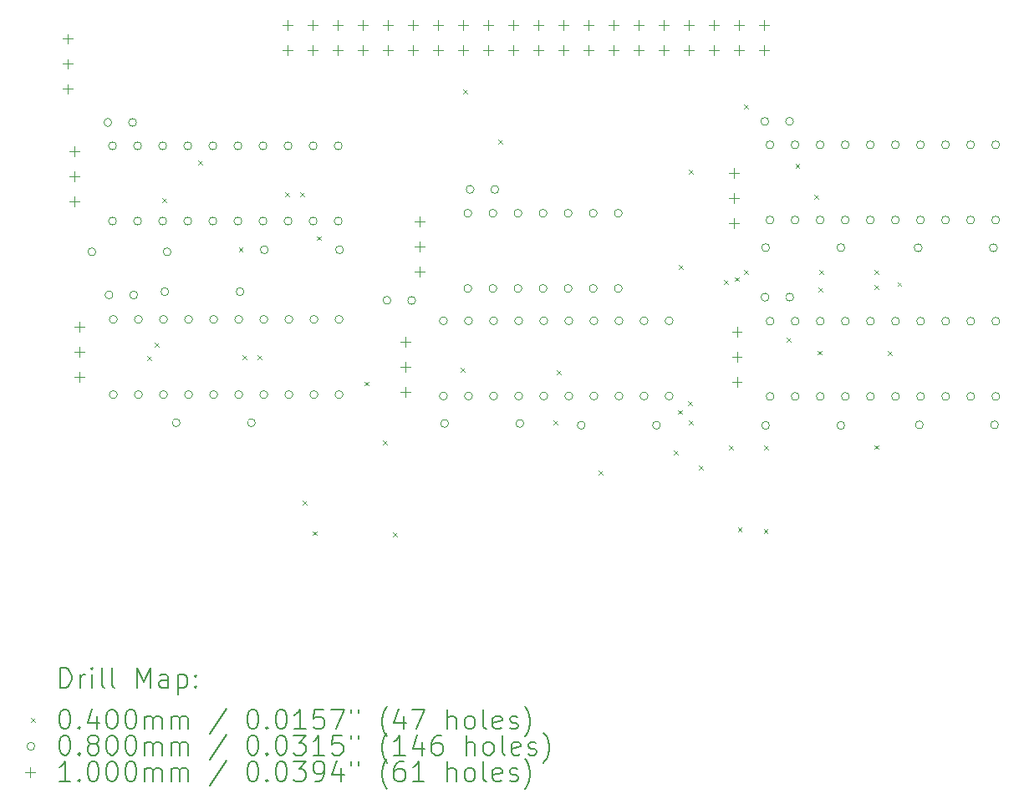
<source format=gbr>
%TF.GenerationSoftware,KiCad,Pcbnew,(6.0.7)*%
%TF.CreationDate,2022-12-14T18:08:08+00:00*%
%TF.ProjectId,MSX_DE1_Hat,4d53585f-4445-4315-9f48-61742e6b6963,1.1*%
%TF.SameCoordinates,Original*%
%TF.FileFunction,Drillmap*%
%TF.FilePolarity,Positive*%
%FSLAX45Y45*%
G04 Gerber Fmt 4.5, Leading zero omitted, Abs format (unit mm)*
G04 Created by KiCad (PCBNEW (6.0.7)) date 2022-12-14 18:08:08*
%MOMM*%
%LPD*%
G01*
G04 APERTURE LIST*
%ADD10C,0.200000*%
%ADD11C,0.040000*%
%ADD12C,0.080000*%
%ADD13C,0.100000*%
G04 APERTURE END LIST*
D10*
D11*
X6330108Y-5577454D02*
X6370108Y-5617454D01*
X6370108Y-5577454D02*
X6330108Y-5617454D01*
X6405927Y-5442964D02*
X6445927Y-5482964D01*
X6445927Y-5442964D02*
X6405927Y-5482964D01*
X6480000Y-3980000D02*
X6520000Y-4020000D01*
X6520000Y-3980000D02*
X6480000Y-4020000D01*
X6846204Y-3596757D02*
X6886204Y-3636757D01*
X6886204Y-3596757D02*
X6846204Y-3636757D01*
X7253515Y-4478955D02*
X7293515Y-4518955D01*
X7293515Y-4478955D02*
X7253515Y-4518955D01*
X7295200Y-5568000D02*
X7335200Y-5608000D01*
X7335200Y-5568000D02*
X7295200Y-5608000D01*
X7447600Y-5568000D02*
X7487600Y-5608000D01*
X7487600Y-5568000D02*
X7447600Y-5608000D01*
X7727000Y-3917000D02*
X7767000Y-3957000D01*
X7767000Y-3917000D02*
X7727000Y-3957000D01*
X7879048Y-3919998D02*
X7919048Y-3959998D01*
X7919048Y-3919998D02*
X7879048Y-3959998D01*
X7904800Y-7041200D02*
X7944800Y-7081200D01*
X7944800Y-7041200D02*
X7904800Y-7081200D01*
X8006000Y-7352127D02*
X8046000Y-7392127D01*
X8046000Y-7352127D02*
X8006000Y-7392127D01*
X8045090Y-4362211D02*
X8085090Y-4402211D01*
X8085090Y-4362211D02*
X8045090Y-4402211D01*
X8526164Y-5836235D02*
X8566164Y-5876235D01*
X8566164Y-5836235D02*
X8526164Y-5876235D01*
X8717600Y-6431600D02*
X8757600Y-6471600D01*
X8757600Y-6431600D02*
X8717600Y-6471600D01*
X8816253Y-7361970D02*
X8856253Y-7401970D01*
X8856253Y-7361970D02*
X8816253Y-7401970D01*
X9505000Y-5695000D02*
X9545000Y-5735000D01*
X9545000Y-5695000D02*
X9505000Y-5735000D01*
X9530273Y-2875509D02*
X9570273Y-2915509D01*
X9570273Y-2875509D02*
X9530273Y-2915509D01*
X9886000Y-3383600D02*
X9926000Y-3423600D01*
X9926000Y-3383600D02*
X9886000Y-3423600D01*
X10444800Y-6228400D02*
X10484800Y-6268400D01*
X10484800Y-6228400D02*
X10444800Y-6268400D01*
X10473729Y-5720594D02*
X10513729Y-5760594D01*
X10513729Y-5720594D02*
X10473729Y-5760594D01*
X10902000Y-6736400D02*
X10942000Y-6776400D01*
X10942000Y-6736400D02*
X10902000Y-6776400D01*
X11664000Y-6533200D02*
X11704000Y-6573200D01*
X11704000Y-6533200D02*
X11664000Y-6573200D01*
X11702218Y-6124182D02*
X11742218Y-6164182D01*
X11742218Y-6124182D02*
X11702218Y-6164182D01*
X11714800Y-4653600D02*
X11754800Y-4693600D01*
X11754800Y-4653600D02*
X11714800Y-4693600D01*
X11803956Y-6033645D02*
X11843956Y-6073645D01*
X11843956Y-6033645D02*
X11803956Y-6073645D01*
X11816400Y-3688400D02*
X11856400Y-3728400D01*
X11856400Y-3688400D02*
X11816400Y-3728400D01*
X11816400Y-6228400D02*
X11856400Y-6268400D01*
X11856400Y-6228400D02*
X11816400Y-6268400D01*
X11918000Y-6685600D02*
X11958000Y-6725600D01*
X11958000Y-6685600D02*
X11918000Y-6725600D01*
X12172000Y-4806000D02*
X12212000Y-4846000D01*
X12212000Y-4806000D02*
X12172000Y-4846000D01*
X12222800Y-6482400D02*
X12262800Y-6522400D01*
X12262800Y-6482400D02*
X12222800Y-6522400D01*
X12277135Y-4778361D02*
X12317135Y-4818361D01*
X12317135Y-4778361D02*
X12277135Y-4818361D01*
X12309583Y-7315839D02*
X12349583Y-7355839D01*
X12349583Y-7315839D02*
X12309583Y-7355839D01*
X12375200Y-3028000D02*
X12415200Y-3068000D01*
X12415200Y-3028000D02*
X12375200Y-3068000D01*
X12375200Y-4704400D02*
X12415200Y-4744400D01*
X12415200Y-4704400D02*
X12375200Y-4744400D01*
X12572051Y-7328887D02*
X12612051Y-7368887D01*
X12612051Y-7328887D02*
X12572051Y-7368887D01*
X12578400Y-6482400D02*
X12618400Y-6522400D01*
X12618400Y-6482400D02*
X12578400Y-6522400D01*
X12804513Y-5392687D02*
X12844513Y-5432687D01*
X12844513Y-5392687D02*
X12804513Y-5432687D01*
X12892718Y-3628163D02*
X12932718Y-3668163D01*
X12932718Y-3628163D02*
X12892718Y-3668163D01*
X13086400Y-3942400D02*
X13126400Y-3982400D01*
X13126400Y-3942400D02*
X13086400Y-3982400D01*
X13114927Y-5523654D02*
X13154927Y-5563654D01*
X13154927Y-5523654D02*
X13114927Y-5563654D01*
X13124942Y-4884616D02*
X13164942Y-4924616D01*
X13164942Y-4884616D02*
X13124942Y-4924616D01*
X13137200Y-4704400D02*
X13177200Y-4744400D01*
X13177200Y-4704400D02*
X13137200Y-4744400D01*
X13696000Y-4704400D02*
X13736000Y-4744400D01*
X13736000Y-4704400D02*
X13696000Y-4744400D01*
X13696000Y-4856800D02*
X13736000Y-4896800D01*
X13736000Y-4856800D02*
X13696000Y-4896800D01*
X13696000Y-6480000D02*
X13736000Y-6520000D01*
X13736000Y-6480000D02*
X13696000Y-6520000D01*
X13826555Y-5526300D02*
X13866555Y-5566300D01*
X13866555Y-5526300D02*
X13826555Y-5566300D01*
X13926451Y-4829549D02*
X13966451Y-4869549D01*
X13966451Y-4829549D02*
X13926451Y-4869549D01*
D12*
X5805800Y-4521200D02*
G75*
G03*
X5805800Y-4521200I-40000J0D01*
G01*
X5968217Y-3210333D02*
G75*
G03*
X5968217Y-3210333I-40000J0D01*
G01*
X5979666Y-4958229D02*
G75*
G03*
X5979666Y-4958229I-40000J0D01*
G01*
X6015127Y-3447075D02*
G75*
G03*
X6015127Y-3447075I-40000J0D01*
G01*
X6015127Y-4209075D02*
G75*
G03*
X6015127Y-4209075I-40000J0D01*
G01*
X6023862Y-5206000D02*
G75*
G03*
X6023862Y-5206000I-40000J0D01*
G01*
X6023862Y-5968000D02*
G75*
G03*
X6023862Y-5968000I-40000J0D01*
G01*
X6218217Y-3210333D02*
G75*
G03*
X6218217Y-3210333I-40000J0D01*
G01*
X6229666Y-4958229D02*
G75*
G03*
X6229666Y-4958229I-40000J0D01*
G01*
X6269127Y-3447075D02*
G75*
G03*
X6269127Y-3447075I-40000J0D01*
G01*
X6269127Y-4209075D02*
G75*
G03*
X6269127Y-4209075I-40000J0D01*
G01*
X6277862Y-5206000D02*
G75*
G03*
X6277862Y-5206000I-40000J0D01*
G01*
X6277862Y-5968000D02*
G75*
G03*
X6277862Y-5968000I-40000J0D01*
G01*
X6523127Y-3447075D02*
G75*
G03*
X6523127Y-3447075I-40000J0D01*
G01*
X6523127Y-4209075D02*
G75*
G03*
X6523127Y-4209075I-40000J0D01*
G01*
X6531862Y-5206000D02*
G75*
G03*
X6531862Y-5206000I-40000J0D01*
G01*
X6531862Y-5968000D02*
G75*
G03*
X6531862Y-5968000I-40000J0D01*
G01*
X6545182Y-4925927D02*
G75*
G03*
X6545182Y-4925927I-40000J0D01*
G01*
X6567800Y-4521200D02*
G75*
G03*
X6567800Y-4521200I-40000J0D01*
G01*
X6660609Y-6252337D02*
G75*
G03*
X6660609Y-6252337I-40000J0D01*
G01*
X6777127Y-3447075D02*
G75*
G03*
X6777127Y-3447075I-40000J0D01*
G01*
X6777127Y-4209075D02*
G75*
G03*
X6777127Y-4209075I-40000J0D01*
G01*
X6785862Y-5206000D02*
G75*
G03*
X6785862Y-5206000I-40000J0D01*
G01*
X6785862Y-5968000D02*
G75*
G03*
X6785862Y-5968000I-40000J0D01*
G01*
X7031127Y-3447075D02*
G75*
G03*
X7031127Y-3447075I-40000J0D01*
G01*
X7031127Y-4209075D02*
G75*
G03*
X7031127Y-4209075I-40000J0D01*
G01*
X7039862Y-5206000D02*
G75*
G03*
X7039862Y-5206000I-40000J0D01*
G01*
X7039862Y-5968000D02*
G75*
G03*
X7039862Y-5968000I-40000J0D01*
G01*
X7285127Y-3447075D02*
G75*
G03*
X7285127Y-3447075I-40000J0D01*
G01*
X7285127Y-4209075D02*
G75*
G03*
X7285127Y-4209075I-40000J0D01*
G01*
X7293862Y-5206000D02*
G75*
G03*
X7293862Y-5206000I-40000J0D01*
G01*
X7293862Y-5968000D02*
G75*
G03*
X7293862Y-5968000I-40000J0D01*
G01*
X7307182Y-4925927D02*
G75*
G03*
X7307182Y-4925927I-40000J0D01*
G01*
X7422609Y-6252337D02*
G75*
G03*
X7422609Y-6252337I-40000J0D01*
G01*
X7539127Y-3447075D02*
G75*
G03*
X7539127Y-3447075I-40000J0D01*
G01*
X7539127Y-4209075D02*
G75*
G03*
X7539127Y-4209075I-40000J0D01*
G01*
X7547862Y-5206000D02*
G75*
G03*
X7547862Y-5206000I-40000J0D01*
G01*
X7547862Y-5968000D02*
G75*
G03*
X7547862Y-5968000I-40000J0D01*
G01*
X7551846Y-4500000D02*
G75*
G03*
X7551846Y-4500000I-40000J0D01*
G01*
X7793127Y-3447075D02*
G75*
G03*
X7793127Y-3447075I-40000J0D01*
G01*
X7793127Y-4209075D02*
G75*
G03*
X7793127Y-4209075I-40000J0D01*
G01*
X7801862Y-5206000D02*
G75*
G03*
X7801862Y-5206000I-40000J0D01*
G01*
X7801862Y-5968000D02*
G75*
G03*
X7801862Y-5968000I-40000J0D01*
G01*
X8047127Y-3447075D02*
G75*
G03*
X8047127Y-3447075I-40000J0D01*
G01*
X8047127Y-4209075D02*
G75*
G03*
X8047127Y-4209075I-40000J0D01*
G01*
X8055862Y-5206000D02*
G75*
G03*
X8055862Y-5206000I-40000J0D01*
G01*
X8055862Y-5968000D02*
G75*
G03*
X8055862Y-5968000I-40000J0D01*
G01*
X8301127Y-3447075D02*
G75*
G03*
X8301127Y-3447075I-40000J0D01*
G01*
X8301127Y-4209075D02*
G75*
G03*
X8301127Y-4209075I-40000J0D01*
G01*
X8309862Y-5206000D02*
G75*
G03*
X8309862Y-5206000I-40000J0D01*
G01*
X8309862Y-5968000D02*
G75*
G03*
X8309862Y-5968000I-40000J0D01*
G01*
X8313846Y-4500000D02*
G75*
G03*
X8313846Y-4500000I-40000J0D01*
G01*
X8795110Y-5013048D02*
G75*
G03*
X8795110Y-5013048I-40000J0D01*
G01*
X9045110Y-5013048D02*
G75*
G03*
X9045110Y-5013048I-40000J0D01*
G01*
X9366876Y-5219681D02*
G75*
G03*
X9366876Y-5219681I-40000J0D01*
G01*
X9366876Y-5981681D02*
G75*
G03*
X9366876Y-5981681I-40000J0D01*
G01*
X9378847Y-6259801D02*
G75*
G03*
X9378847Y-6259801I-40000J0D01*
G01*
X9613537Y-4130028D02*
G75*
G03*
X9613537Y-4130028I-40000J0D01*
G01*
X9613537Y-4892029D02*
G75*
G03*
X9613537Y-4892029I-40000J0D01*
G01*
X9620876Y-5219681D02*
G75*
G03*
X9620876Y-5219681I-40000J0D01*
G01*
X9620876Y-5981681D02*
G75*
G03*
X9620876Y-5981681I-40000J0D01*
G01*
X9637631Y-3889079D02*
G75*
G03*
X9637631Y-3889079I-40000J0D01*
G01*
X9867537Y-4130028D02*
G75*
G03*
X9867537Y-4130028I-40000J0D01*
G01*
X9867537Y-4892029D02*
G75*
G03*
X9867537Y-4892029I-40000J0D01*
G01*
X9874876Y-5219681D02*
G75*
G03*
X9874876Y-5219681I-40000J0D01*
G01*
X9874876Y-5981681D02*
G75*
G03*
X9874876Y-5981681I-40000J0D01*
G01*
X9887631Y-3889079D02*
G75*
G03*
X9887631Y-3889079I-40000J0D01*
G01*
X10121537Y-4130028D02*
G75*
G03*
X10121537Y-4130028I-40000J0D01*
G01*
X10121537Y-4892029D02*
G75*
G03*
X10121537Y-4892029I-40000J0D01*
G01*
X10128876Y-5219681D02*
G75*
G03*
X10128876Y-5219681I-40000J0D01*
G01*
X10128876Y-5981681D02*
G75*
G03*
X10128876Y-5981681I-40000J0D01*
G01*
X10140847Y-6259801D02*
G75*
G03*
X10140847Y-6259801I-40000J0D01*
G01*
X10375537Y-4130028D02*
G75*
G03*
X10375537Y-4130028I-40000J0D01*
G01*
X10375537Y-4892029D02*
G75*
G03*
X10375537Y-4892029I-40000J0D01*
G01*
X10382876Y-5219681D02*
G75*
G03*
X10382876Y-5219681I-40000J0D01*
G01*
X10382876Y-5981681D02*
G75*
G03*
X10382876Y-5981681I-40000J0D01*
G01*
X10629537Y-4130028D02*
G75*
G03*
X10629537Y-4130028I-40000J0D01*
G01*
X10629537Y-4892029D02*
G75*
G03*
X10629537Y-4892029I-40000J0D01*
G01*
X10636876Y-5219681D02*
G75*
G03*
X10636876Y-5219681I-40000J0D01*
G01*
X10636876Y-5981681D02*
G75*
G03*
X10636876Y-5981681I-40000J0D01*
G01*
X10762173Y-6277786D02*
G75*
G03*
X10762173Y-6277786I-40000J0D01*
G01*
X10883537Y-4130028D02*
G75*
G03*
X10883537Y-4130028I-40000J0D01*
G01*
X10883537Y-4892029D02*
G75*
G03*
X10883537Y-4892029I-40000J0D01*
G01*
X10890876Y-5219681D02*
G75*
G03*
X10890876Y-5219681I-40000J0D01*
G01*
X10890876Y-5981681D02*
G75*
G03*
X10890876Y-5981681I-40000J0D01*
G01*
X11137537Y-4130028D02*
G75*
G03*
X11137537Y-4130028I-40000J0D01*
G01*
X11137537Y-4892029D02*
G75*
G03*
X11137537Y-4892029I-40000J0D01*
G01*
X11144876Y-5219681D02*
G75*
G03*
X11144876Y-5219681I-40000J0D01*
G01*
X11144876Y-5981681D02*
G75*
G03*
X11144876Y-5981681I-40000J0D01*
G01*
X11398876Y-5219681D02*
G75*
G03*
X11398876Y-5219681I-40000J0D01*
G01*
X11398876Y-5981681D02*
G75*
G03*
X11398876Y-5981681I-40000J0D01*
G01*
X11524173Y-6277786D02*
G75*
G03*
X11524173Y-6277786I-40000J0D01*
G01*
X11652876Y-5219681D02*
G75*
G03*
X11652876Y-5219681I-40000J0D01*
G01*
X11652876Y-5981681D02*
G75*
G03*
X11652876Y-5981681I-40000J0D01*
G01*
X12622590Y-3199795D02*
G75*
G03*
X12622590Y-3199795I-40000J0D01*
G01*
X12624426Y-4980427D02*
G75*
G03*
X12624426Y-4980427I-40000J0D01*
G01*
X12629931Y-6279094D02*
G75*
G03*
X12629931Y-6279094I-40000J0D01*
G01*
X12630870Y-4478984D02*
G75*
G03*
X12630870Y-4478984I-40000J0D01*
G01*
X12674009Y-3437108D02*
G75*
G03*
X12674009Y-3437108I-40000J0D01*
G01*
X12674009Y-4199108D02*
G75*
G03*
X12674009Y-4199108I-40000J0D01*
G01*
X12675651Y-5223824D02*
G75*
G03*
X12675651Y-5223824I-40000J0D01*
G01*
X12675651Y-5985824D02*
G75*
G03*
X12675651Y-5985824I-40000J0D01*
G01*
X12872590Y-3199795D02*
G75*
G03*
X12872590Y-3199795I-40000J0D01*
G01*
X12874426Y-4980427D02*
G75*
G03*
X12874426Y-4980427I-40000J0D01*
G01*
X12928009Y-3437108D02*
G75*
G03*
X12928009Y-3437108I-40000J0D01*
G01*
X12928009Y-4199108D02*
G75*
G03*
X12928009Y-4199108I-40000J0D01*
G01*
X12929651Y-5223824D02*
G75*
G03*
X12929651Y-5223824I-40000J0D01*
G01*
X12929651Y-5985824D02*
G75*
G03*
X12929651Y-5985824I-40000J0D01*
G01*
X13182009Y-3437108D02*
G75*
G03*
X13182009Y-3437108I-40000J0D01*
G01*
X13182009Y-4199108D02*
G75*
G03*
X13182009Y-4199108I-40000J0D01*
G01*
X13183651Y-5223824D02*
G75*
G03*
X13183651Y-5223824I-40000J0D01*
G01*
X13183651Y-5985824D02*
G75*
G03*
X13183651Y-5985824I-40000J0D01*
G01*
X13391931Y-6279094D02*
G75*
G03*
X13391931Y-6279094I-40000J0D01*
G01*
X13392870Y-4478984D02*
G75*
G03*
X13392870Y-4478984I-40000J0D01*
G01*
X13436009Y-3437108D02*
G75*
G03*
X13436009Y-3437108I-40000J0D01*
G01*
X13436009Y-4199108D02*
G75*
G03*
X13436009Y-4199108I-40000J0D01*
G01*
X13437651Y-5223824D02*
G75*
G03*
X13437651Y-5223824I-40000J0D01*
G01*
X13437651Y-5985824D02*
G75*
G03*
X13437651Y-5985824I-40000J0D01*
G01*
X13690009Y-3437108D02*
G75*
G03*
X13690009Y-3437108I-40000J0D01*
G01*
X13690009Y-4199108D02*
G75*
G03*
X13690009Y-4199108I-40000J0D01*
G01*
X13691651Y-5223824D02*
G75*
G03*
X13691651Y-5223824I-40000J0D01*
G01*
X13691651Y-5985824D02*
G75*
G03*
X13691651Y-5985824I-40000J0D01*
G01*
X13944009Y-3437108D02*
G75*
G03*
X13944009Y-3437108I-40000J0D01*
G01*
X13944009Y-4199108D02*
G75*
G03*
X13944009Y-4199108I-40000J0D01*
G01*
X13945651Y-5223824D02*
G75*
G03*
X13945651Y-5223824I-40000J0D01*
G01*
X13945651Y-5985824D02*
G75*
G03*
X13945651Y-5985824I-40000J0D01*
G01*
X14174918Y-4480172D02*
G75*
G03*
X14174918Y-4480172I-40000J0D01*
G01*
X14186777Y-6273809D02*
G75*
G03*
X14186777Y-6273809I-40000J0D01*
G01*
X14198009Y-3437108D02*
G75*
G03*
X14198009Y-3437108I-40000J0D01*
G01*
X14198009Y-4199108D02*
G75*
G03*
X14198009Y-4199108I-40000J0D01*
G01*
X14199651Y-5223824D02*
G75*
G03*
X14199651Y-5223824I-40000J0D01*
G01*
X14199651Y-5985824D02*
G75*
G03*
X14199651Y-5985824I-40000J0D01*
G01*
X14452009Y-3437108D02*
G75*
G03*
X14452009Y-3437108I-40000J0D01*
G01*
X14452009Y-4199108D02*
G75*
G03*
X14452009Y-4199108I-40000J0D01*
G01*
X14453651Y-5223824D02*
G75*
G03*
X14453651Y-5223824I-40000J0D01*
G01*
X14453651Y-5985824D02*
G75*
G03*
X14453651Y-5985824I-40000J0D01*
G01*
X14706009Y-3437108D02*
G75*
G03*
X14706009Y-3437108I-40000J0D01*
G01*
X14706009Y-4199108D02*
G75*
G03*
X14706009Y-4199108I-40000J0D01*
G01*
X14707651Y-5223824D02*
G75*
G03*
X14707651Y-5223824I-40000J0D01*
G01*
X14707651Y-5985824D02*
G75*
G03*
X14707651Y-5985824I-40000J0D01*
G01*
X14936918Y-4480172D02*
G75*
G03*
X14936918Y-4480172I-40000J0D01*
G01*
X14948777Y-6273809D02*
G75*
G03*
X14948777Y-6273809I-40000J0D01*
G01*
X14960009Y-3437108D02*
G75*
G03*
X14960009Y-3437108I-40000J0D01*
G01*
X14960009Y-4199108D02*
G75*
G03*
X14960009Y-4199108I-40000J0D01*
G01*
X14961651Y-5223824D02*
G75*
G03*
X14961651Y-5223824I-40000J0D01*
G01*
X14961651Y-5985824D02*
G75*
G03*
X14961651Y-5985824I-40000J0D01*
G01*
D13*
X5524784Y-2313176D02*
X5524784Y-2413176D01*
X5474784Y-2363176D02*
X5574784Y-2363176D01*
X5524784Y-2567176D02*
X5524784Y-2667176D01*
X5474784Y-2617176D02*
X5574784Y-2617176D01*
X5524784Y-2821176D02*
X5524784Y-2921176D01*
X5474784Y-2871176D02*
X5574784Y-2871176D01*
X5588000Y-3455200D02*
X5588000Y-3555200D01*
X5538000Y-3505200D02*
X5638000Y-3505200D01*
X5588000Y-3709200D02*
X5588000Y-3809200D01*
X5538000Y-3759200D02*
X5638000Y-3759200D01*
X5588000Y-3963200D02*
X5588000Y-4063200D01*
X5538000Y-4013200D02*
X5638000Y-4013200D01*
X5638800Y-5233200D02*
X5638800Y-5333200D01*
X5588800Y-5283200D02*
X5688800Y-5283200D01*
X5638800Y-5487200D02*
X5638800Y-5587200D01*
X5588800Y-5537200D02*
X5688800Y-5537200D01*
X5638800Y-5741200D02*
X5638800Y-5841200D01*
X5588800Y-5791200D02*
X5688800Y-5791200D01*
X7747000Y-2170750D02*
X7747000Y-2270750D01*
X7697000Y-2220750D02*
X7797000Y-2220750D01*
X7747000Y-2424750D02*
X7747000Y-2524750D01*
X7697000Y-2474750D02*
X7797000Y-2474750D01*
X8001000Y-2170750D02*
X8001000Y-2270750D01*
X7951000Y-2220750D02*
X8051000Y-2220750D01*
X8001000Y-2424750D02*
X8001000Y-2524750D01*
X7951000Y-2474750D02*
X8051000Y-2474750D01*
X8255000Y-2170750D02*
X8255000Y-2270750D01*
X8205000Y-2220750D02*
X8305000Y-2220750D01*
X8255000Y-2424750D02*
X8255000Y-2524750D01*
X8205000Y-2474750D02*
X8305000Y-2474750D01*
X8509000Y-2170750D02*
X8509000Y-2270750D01*
X8459000Y-2220750D02*
X8559000Y-2220750D01*
X8509000Y-2424750D02*
X8509000Y-2524750D01*
X8459000Y-2474750D02*
X8559000Y-2474750D01*
X8763000Y-2170750D02*
X8763000Y-2270750D01*
X8713000Y-2220750D02*
X8813000Y-2220750D01*
X8763000Y-2424750D02*
X8763000Y-2524750D01*
X8713000Y-2474750D02*
X8813000Y-2474750D01*
X8940800Y-5385600D02*
X8940800Y-5485600D01*
X8890800Y-5435600D02*
X8990800Y-5435600D01*
X8940800Y-5639600D02*
X8940800Y-5739600D01*
X8890800Y-5689600D02*
X8990800Y-5689600D01*
X8940800Y-5893600D02*
X8940800Y-5993600D01*
X8890800Y-5943600D02*
X8990800Y-5943600D01*
X9017000Y-2170750D02*
X9017000Y-2270750D01*
X8967000Y-2220750D02*
X9067000Y-2220750D01*
X9017000Y-2424750D02*
X9017000Y-2524750D01*
X8967000Y-2474750D02*
X9067000Y-2474750D01*
X9086051Y-4166400D02*
X9086051Y-4266400D01*
X9036051Y-4216400D02*
X9136051Y-4216400D01*
X9086051Y-4420400D02*
X9086051Y-4520400D01*
X9036051Y-4470400D02*
X9136051Y-4470400D01*
X9086051Y-4674400D02*
X9086051Y-4774400D01*
X9036051Y-4724400D02*
X9136051Y-4724400D01*
X9271000Y-2170750D02*
X9271000Y-2270750D01*
X9221000Y-2220750D02*
X9321000Y-2220750D01*
X9271000Y-2424750D02*
X9271000Y-2524750D01*
X9221000Y-2474750D02*
X9321000Y-2474750D01*
X9525000Y-2170750D02*
X9525000Y-2270750D01*
X9475000Y-2220750D02*
X9575000Y-2220750D01*
X9525000Y-2424750D02*
X9525000Y-2524750D01*
X9475000Y-2474750D02*
X9575000Y-2474750D01*
X9779000Y-2170750D02*
X9779000Y-2270750D01*
X9729000Y-2220750D02*
X9829000Y-2220750D01*
X9779000Y-2424750D02*
X9779000Y-2524750D01*
X9729000Y-2474750D02*
X9829000Y-2474750D01*
X10033000Y-2170750D02*
X10033000Y-2270750D01*
X9983000Y-2220750D02*
X10083000Y-2220750D01*
X10033000Y-2424750D02*
X10033000Y-2524750D01*
X9983000Y-2474750D02*
X10083000Y-2474750D01*
X10287000Y-2170750D02*
X10287000Y-2270750D01*
X10237000Y-2220750D02*
X10337000Y-2220750D01*
X10287000Y-2424750D02*
X10287000Y-2524750D01*
X10237000Y-2474750D02*
X10337000Y-2474750D01*
X10541000Y-2170750D02*
X10541000Y-2270750D01*
X10491000Y-2220750D02*
X10591000Y-2220750D01*
X10541000Y-2424750D02*
X10541000Y-2524750D01*
X10491000Y-2474750D02*
X10591000Y-2474750D01*
X10795000Y-2170750D02*
X10795000Y-2270750D01*
X10745000Y-2220750D02*
X10845000Y-2220750D01*
X10795000Y-2424750D02*
X10795000Y-2524750D01*
X10745000Y-2474750D02*
X10845000Y-2474750D01*
X11049000Y-2170750D02*
X11049000Y-2270750D01*
X10999000Y-2220750D02*
X11099000Y-2220750D01*
X11049000Y-2424750D02*
X11049000Y-2524750D01*
X10999000Y-2474750D02*
X11099000Y-2474750D01*
X11303000Y-2170750D02*
X11303000Y-2270750D01*
X11253000Y-2220750D02*
X11353000Y-2220750D01*
X11303000Y-2424750D02*
X11303000Y-2524750D01*
X11253000Y-2474750D02*
X11353000Y-2474750D01*
X11557000Y-2170750D02*
X11557000Y-2270750D01*
X11507000Y-2220750D02*
X11607000Y-2220750D01*
X11557000Y-2424750D02*
X11557000Y-2524750D01*
X11507000Y-2474750D02*
X11607000Y-2474750D01*
X11811000Y-2170750D02*
X11811000Y-2270750D01*
X11761000Y-2220750D02*
X11861000Y-2220750D01*
X11811000Y-2424750D02*
X11811000Y-2524750D01*
X11761000Y-2474750D02*
X11861000Y-2474750D01*
X12065000Y-2170750D02*
X12065000Y-2270750D01*
X12015000Y-2220750D02*
X12115000Y-2220750D01*
X12065000Y-2424750D02*
X12065000Y-2524750D01*
X12015000Y-2474750D02*
X12115000Y-2474750D01*
X12268907Y-3672661D02*
X12268907Y-3772661D01*
X12218907Y-3722661D02*
X12318907Y-3722661D01*
X12268907Y-3926661D02*
X12268907Y-4026661D01*
X12218907Y-3976661D02*
X12318907Y-3976661D01*
X12268907Y-4180661D02*
X12268907Y-4280661D01*
X12218907Y-4230661D02*
X12318907Y-4230661D01*
X12299585Y-5284000D02*
X12299585Y-5384000D01*
X12249585Y-5334000D02*
X12349585Y-5334000D01*
X12299585Y-5538000D02*
X12299585Y-5638000D01*
X12249585Y-5588000D02*
X12349585Y-5588000D01*
X12299585Y-5792000D02*
X12299585Y-5892000D01*
X12249585Y-5842000D02*
X12349585Y-5842000D01*
X12319000Y-2170750D02*
X12319000Y-2270750D01*
X12269000Y-2220750D02*
X12369000Y-2220750D01*
X12319000Y-2424750D02*
X12319000Y-2524750D01*
X12269000Y-2474750D02*
X12369000Y-2474750D01*
X12573000Y-2170750D02*
X12573000Y-2270750D01*
X12523000Y-2220750D02*
X12623000Y-2220750D01*
X12573000Y-2424750D02*
X12573000Y-2524750D01*
X12523000Y-2474750D02*
X12623000Y-2474750D01*
D10*
X5445619Y-8936476D02*
X5445619Y-8736476D01*
X5493238Y-8736476D01*
X5521810Y-8746000D01*
X5540857Y-8765048D01*
X5550381Y-8784095D01*
X5559905Y-8822190D01*
X5559905Y-8850762D01*
X5550381Y-8888857D01*
X5540857Y-8907905D01*
X5521810Y-8926952D01*
X5493238Y-8936476D01*
X5445619Y-8936476D01*
X5645619Y-8936476D02*
X5645619Y-8803143D01*
X5645619Y-8841238D02*
X5655143Y-8822190D01*
X5664667Y-8812667D01*
X5683714Y-8803143D01*
X5702762Y-8803143D01*
X5769428Y-8936476D02*
X5769428Y-8803143D01*
X5769428Y-8736476D02*
X5759905Y-8746000D01*
X5769428Y-8755524D01*
X5778952Y-8746000D01*
X5769428Y-8736476D01*
X5769428Y-8755524D01*
X5893238Y-8936476D02*
X5874190Y-8926952D01*
X5864667Y-8907905D01*
X5864667Y-8736476D01*
X5998000Y-8936476D02*
X5978952Y-8926952D01*
X5969428Y-8907905D01*
X5969428Y-8736476D01*
X6226571Y-8936476D02*
X6226571Y-8736476D01*
X6293238Y-8879333D01*
X6359905Y-8736476D01*
X6359905Y-8936476D01*
X6540857Y-8936476D02*
X6540857Y-8831714D01*
X6531333Y-8812667D01*
X6512286Y-8803143D01*
X6474190Y-8803143D01*
X6455143Y-8812667D01*
X6540857Y-8926952D02*
X6521809Y-8936476D01*
X6474190Y-8936476D01*
X6455143Y-8926952D01*
X6445619Y-8907905D01*
X6445619Y-8888857D01*
X6455143Y-8869810D01*
X6474190Y-8860286D01*
X6521809Y-8860286D01*
X6540857Y-8850762D01*
X6636095Y-8803143D02*
X6636095Y-9003143D01*
X6636095Y-8812667D02*
X6655143Y-8803143D01*
X6693238Y-8803143D01*
X6712286Y-8812667D01*
X6721809Y-8822190D01*
X6731333Y-8841238D01*
X6731333Y-8898381D01*
X6721809Y-8917429D01*
X6712286Y-8926952D01*
X6693238Y-8936476D01*
X6655143Y-8936476D01*
X6636095Y-8926952D01*
X6817048Y-8917429D02*
X6826571Y-8926952D01*
X6817048Y-8936476D01*
X6807524Y-8926952D01*
X6817048Y-8917429D01*
X6817048Y-8936476D01*
X6817048Y-8812667D02*
X6826571Y-8822190D01*
X6817048Y-8831714D01*
X6807524Y-8822190D01*
X6817048Y-8812667D01*
X6817048Y-8831714D01*
D11*
X5148000Y-9246000D02*
X5188000Y-9286000D01*
X5188000Y-9246000D02*
X5148000Y-9286000D01*
D10*
X5483714Y-9156476D02*
X5502762Y-9156476D01*
X5521810Y-9166000D01*
X5531333Y-9175524D01*
X5540857Y-9194571D01*
X5550381Y-9232667D01*
X5550381Y-9280286D01*
X5540857Y-9318381D01*
X5531333Y-9337429D01*
X5521810Y-9346952D01*
X5502762Y-9356476D01*
X5483714Y-9356476D01*
X5464667Y-9346952D01*
X5455143Y-9337429D01*
X5445619Y-9318381D01*
X5436095Y-9280286D01*
X5436095Y-9232667D01*
X5445619Y-9194571D01*
X5455143Y-9175524D01*
X5464667Y-9166000D01*
X5483714Y-9156476D01*
X5636095Y-9337429D02*
X5645619Y-9346952D01*
X5636095Y-9356476D01*
X5626571Y-9346952D01*
X5636095Y-9337429D01*
X5636095Y-9356476D01*
X5817048Y-9223143D02*
X5817048Y-9356476D01*
X5769428Y-9146952D02*
X5721809Y-9289810D01*
X5845619Y-9289810D01*
X5959905Y-9156476D02*
X5978952Y-9156476D01*
X5998000Y-9166000D01*
X6007524Y-9175524D01*
X6017048Y-9194571D01*
X6026571Y-9232667D01*
X6026571Y-9280286D01*
X6017048Y-9318381D01*
X6007524Y-9337429D01*
X5998000Y-9346952D01*
X5978952Y-9356476D01*
X5959905Y-9356476D01*
X5940857Y-9346952D01*
X5931333Y-9337429D01*
X5921809Y-9318381D01*
X5912286Y-9280286D01*
X5912286Y-9232667D01*
X5921809Y-9194571D01*
X5931333Y-9175524D01*
X5940857Y-9166000D01*
X5959905Y-9156476D01*
X6150381Y-9156476D02*
X6169428Y-9156476D01*
X6188476Y-9166000D01*
X6198000Y-9175524D01*
X6207524Y-9194571D01*
X6217048Y-9232667D01*
X6217048Y-9280286D01*
X6207524Y-9318381D01*
X6198000Y-9337429D01*
X6188476Y-9346952D01*
X6169428Y-9356476D01*
X6150381Y-9356476D01*
X6131333Y-9346952D01*
X6121809Y-9337429D01*
X6112286Y-9318381D01*
X6102762Y-9280286D01*
X6102762Y-9232667D01*
X6112286Y-9194571D01*
X6121809Y-9175524D01*
X6131333Y-9166000D01*
X6150381Y-9156476D01*
X6302762Y-9356476D02*
X6302762Y-9223143D01*
X6302762Y-9242190D02*
X6312286Y-9232667D01*
X6331333Y-9223143D01*
X6359905Y-9223143D01*
X6378952Y-9232667D01*
X6388476Y-9251714D01*
X6388476Y-9356476D01*
X6388476Y-9251714D02*
X6398000Y-9232667D01*
X6417048Y-9223143D01*
X6445619Y-9223143D01*
X6464667Y-9232667D01*
X6474190Y-9251714D01*
X6474190Y-9356476D01*
X6569428Y-9356476D02*
X6569428Y-9223143D01*
X6569428Y-9242190D02*
X6578952Y-9232667D01*
X6598000Y-9223143D01*
X6626571Y-9223143D01*
X6645619Y-9232667D01*
X6655143Y-9251714D01*
X6655143Y-9356476D01*
X6655143Y-9251714D02*
X6664667Y-9232667D01*
X6683714Y-9223143D01*
X6712286Y-9223143D01*
X6731333Y-9232667D01*
X6740857Y-9251714D01*
X6740857Y-9356476D01*
X7131333Y-9146952D02*
X6959905Y-9404095D01*
X7388476Y-9156476D02*
X7407524Y-9156476D01*
X7426571Y-9166000D01*
X7436095Y-9175524D01*
X7445619Y-9194571D01*
X7455143Y-9232667D01*
X7455143Y-9280286D01*
X7445619Y-9318381D01*
X7436095Y-9337429D01*
X7426571Y-9346952D01*
X7407524Y-9356476D01*
X7388476Y-9356476D01*
X7369428Y-9346952D01*
X7359905Y-9337429D01*
X7350381Y-9318381D01*
X7340857Y-9280286D01*
X7340857Y-9232667D01*
X7350381Y-9194571D01*
X7359905Y-9175524D01*
X7369428Y-9166000D01*
X7388476Y-9156476D01*
X7540857Y-9337429D02*
X7550381Y-9346952D01*
X7540857Y-9356476D01*
X7531333Y-9346952D01*
X7540857Y-9337429D01*
X7540857Y-9356476D01*
X7674190Y-9156476D02*
X7693238Y-9156476D01*
X7712286Y-9166000D01*
X7721809Y-9175524D01*
X7731333Y-9194571D01*
X7740857Y-9232667D01*
X7740857Y-9280286D01*
X7731333Y-9318381D01*
X7721809Y-9337429D01*
X7712286Y-9346952D01*
X7693238Y-9356476D01*
X7674190Y-9356476D01*
X7655143Y-9346952D01*
X7645619Y-9337429D01*
X7636095Y-9318381D01*
X7626571Y-9280286D01*
X7626571Y-9232667D01*
X7636095Y-9194571D01*
X7645619Y-9175524D01*
X7655143Y-9166000D01*
X7674190Y-9156476D01*
X7931333Y-9356476D02*
X7817048Y-9356476D01*
X7874190Y-9356476D02*
X7874190Y-9156476D01*
X7855143Y-9185048D01*
X7836095Y-9204095D01*
X7817048Y-9213619D01*
X8112286Y-9156476D02*
X8017048Y-9156476D01*
X8007524Y-9251714D01*
X8017048Y-9242190D01*
X8036095Y-9232667D01*
X8083714Y-9232667D01*
X8102762Y-9242190D01*
X8112286Y-9251714D01*
X8121809Y-9270762D01*
X8121809Y-9318381D01*
X8112286Y-9337429D01*
X8102762Y-9346952D01*
X8083714Y-9356476D01*
X8036095Y-9356476D01*
X8017048Y-9346952D01*
X8007524Y-9337429D01*
X8188476Y-9156476D02*
X8321809Y-9156476D01*
X8236095Y-9356476D01*
X8388476Y-9156476D02*
X8388476Y-9194571D01*
X8464667Y-9156476D02*
X8464667Y-9194571D01*
X8759905Y-9432667D02*
X8750381Y-9423143D01*
X8731333Y-9394571D01*
X8721810Y-9375524D01*
X8712286Y-9346952D01*
X8702762Y-9299333D01*
X8702762Y-9261238D01*
X8712286Y-9213619D01*
X8721810Y-9185048D01*
X8731333Y-9166000D01*
X8750381Y-9137429D01*
X8759905Y-9127905D01*
X8921810Y-9223143D02*
X8921810Y-9356476D01*
X8874190Y-9146952D02*
X8826571Y-9289810D01*
X8950381Y-9289810D01*
X9007524Y-9156476D02*
X9140857Y-9156476D01*
X9055143Y-9356476D01*
X9369429Y-9356476D02*
X9369429Y-9156476D01*
X9455143Y-9356476D02*
X9455143Y-9251714D01*
X9445619Y-9232667D01*
X9426571Y-9223143D01*
X9398000Y-9223143D01*
X9378952Y-9232667D01*
X9369429Y-9242190D01*
X9578952Y-9356476D02*
X9559905Y-9346952D01*
X9550381Y-9337429D01*
X9540857Y-9318381D01*
X9540857Y-9261238D01*
X9550381Y-9242190D01*
X9559905Y-9232667D01*
X9578952Y-9223143D01*
X9607524Y-9223143D01*
X9626571Y-9232667D01*
X9636095Y-9242190D01*
X9645619Y-9261238D01*
X9645619Y-9318381D01*
X9636095Y-9337429D01*
X9626571Y-9346952D01*
X9607524Y-9356476D01*
X9578952Y-9356476D01*
X9759905Y-9356476D02*
X9740857Y-9346952D01*
X9731333Y-9327905D01*
X9731333Y-9156476D01*
X9912286Y-9346952D02*
X9893238Y-9356476D01*
X9855143Y-9356476D01*
X9836095Y-9346952D01*
X9826571Y-9327905D01*
X9826571Y-9251714D01*
X9836095Y-9232667D01*
X9855143Y-9223143D01*
X9893238Y-9223143D01*
X9912286Y-9232667D01*
X9921810Y-9251714D01*
X9921810Y-9270762D01*
X9826571Y-9289810D01*
X9998000Y-9346952D02*
X10017048Y-9356476D01*
X10055143Y-9356476D01*
X10074190Y-9346952D01*
X10083714Y-9327905D01*
X10083714Y-9318381D01*
X10074190Y-9299333D01*
X10055143Y-9289810D01*
X10026571Y-9289810D01*
X10007524Y-9280286D01*
X9998000Y-9261238D01*
X9998000Y-9251714D01*
X10007524Y-9232667D01*
X10026571Y-9223143D01*
X10055143Y-9223143D01*
X10074190Y-9232667D01*
X10150381Y-9432667D02*
X10159905Y-9423143D01*
X10178952Y-9394571D01*
X10188476Y-9375524D01*
X10198000Y-9346952D01*
X10207524Y-9299333D01*
X10207524Y-9261238D01*
X10198000Y-9213619D01*
X10188476Y-9185048D01*
X10178952Y-9166000D01*
X10159905Y-9137429D01*
X10150381Y-9127905D01*
D12*
X5188000Y-9530000D02*
G75*
G03*
X5188000Y-9530000I-40000J0D01*
G01*
D10*
X5483714Y-9420476D02*
X5502762Y-9420476D01*
X5521810Y-9430000D01*
X5531333Y-9439524D01*
X5540857Y-9458571D01*
X5550381Y-9496667D01*
X5550381Y-9544286D01*
X5540857Y-9582381D01*
X5531333Y-9601429D01*
X5521810Y-9610952D01*
X5502762Y-9620476D01*
X5483714Y-9620476D01*
X5464667Y-9610952D01*
X5455143Y-9601429D01*
X5445619Y-9582381D01*
X5436095Y-9544286D01*
X5436095Y-9496667D01*
X5445619Y-9458571D01*
X5455143Y-9439524D01*
X5464667Y-9430000D01*
X5483714Y-9420476D01*
X5636095Y-9601429D02*
X5645619Y-9610952D01*
X5636095Y-9620476D01*
X5626571Y-9610952D01*
X5636095Y-9601429D01*
X5636095Y-9620476D01*
X5759905Y-9506190D02*
X5740857Y-9496667D01*
X5731333Y-9487143D01*
X5721809Y-9468095D01*
X5721809Y-9458571D01*
X5731333Y-9439524D01*
X5740857Y-9430000D01*
X5759905Y-9420476D01*
X5798000Y-9420476D01*
X5817048Y-9430000D01*
X5826571Y-9439524D01*
X5836095Y-9458571D01*
X5836095Y-9468095D01*
X5826571Y-9487143D01*
X5817048Y-9496667D01*
X5798000Y-9506190D01*
X5759905Y-9506190D01*
X5740857Y-9515714D01*
X5731333Y-9525238D01*
X5721809Y-9544286D01*
X5721809Y-9582381D01*
X5731333Y-9601429D01*
X5740857Y-9610952D01*
X5759905Y-9620476D01*
X5798000Y-9620476D01*
X5817048Y-9610952D01*
X5826571Y-9601429D01*
X5836095Y-9582381D01*
X5836095Y-9544286D01*
X5826571Y-9525238D01*
X5817048Y-9515714D01*
X5798000Y-9506190D01*
X5959905Y-9420476D02*
X5978952Y-9420476D01*
X5998000Y-9430000D01*
X6007524Y-9439524D01*
X6017048Y-9458571D01*
X6026571Y-9496667D01*
X6026571Y-9544286D01*
X6017048Y-9582381D01*
X6007524Y-9601429D01*
X5998000Y-9610952D01*
X5978952Y-9620476D01*
X5959905Y-9620476D01*
X5940857Y-9610952D01*
X5931333Y-9601429D01*
X5921809Y-9582381D01*
X5912286Y-9544286D01*
X5912286Y-9496667D01*
X5921809Y-9458571D01*
X5931333Y-9439524D01*
X5940857Y-9430000D01*
X5959905Y-9420476D01*
X6150381Y-9420476D02*
X6169428Y-9420476D01*
X6188476Y-9430000D01*
X6198000Y-9439524D01*
X6207524Y-9458571D01*
X6217048Y-9496667D01*
X6217048Y-9544286D01*
X6207524Y-9582381D01*
X6198000Y-9601429D01*
X6188476Y-9610952D01*
X6169428Y-9620476D01*
X6150381Y-9620476D01*
X6131333Y-9610952D01*
X6121809Y-9601429D01*
X6112286Y-9582381D01*
X6102762Y-9544286D01*
X6102762Y-9496667D01*
X6112286Y-9458571D01*
X6121809Y-9439524D01*
X6131333Y-9430000D01*
X6150381Y-9420476D01*
X6302762Y-9620476D02*
X6302762Y-9487143D01*
X6302762Y-9506190D02*
X6312286Y-9496667D01*
X6331333Y-9487143D01*
X6359905Y-9487143D01*
X6378952Y-9496667D01*
X6388476Y-9515714D01*
X6388476Y-9620476D01*
X6388476Y-9515714D02*
X6398000Y-9496667D01*
X6417048Y-9487143D01*
X6445619Y-9487143D01*
X6464667Y-9496667D01*
X6474190Y-9515714D01*
X6474190Y-9620476D01*
X6569428Y-9620476D02*
X6569428Y-9487143D01*
X6569428Y-9506190D02*
X6578952Y-9496667D01*
X6598000Y-9487143D01*
X6626571Y-9487143D01*
X6645619Y-9496667D01*
X6655143Y-9515714D01*
X6655143Y-9620476D01*
X6655143Y-9515714D02*
X6664667Y-9496667D01*
X6683714Y-9487143D01*
X6712286Y-9487143D01*
X6731333Y-9496667D01*
X6740857Y-9515714D01*
X6740857Y-9620476D01*
X7131333Y-9410952D02*
X6959905Y-9668095D01*
X7388476Y-9420476D02*
X7407524Y-9420476D01*
X7426571Y-9430000D01*
X7436095Y-9439524D01*
X7445619Y-9458571D01*
X7455143Y-9496667D01*
X7455143Y-9544286D01*
X7445619Y-9582381D01*
X7436095Y-9601429D01*
X7426571Y-9610952D01*
X7407524Y-9620476D01*
X7388476Y-9620476D01*
X7369428Y-9610952D01*
X7359905Y-9601429D01*
X7350381Y-9582381D01*
X7340857Y-9544286D01*
X7340857Y-9496667D01*
X7350381Y-9458571D01*
X7359905Y-9439524D01*
X7369428Y-9430000D01*
X7388476Y-9420476D01*
X7540857Y-9601429D02*
X7550381Y-9610952D01*
X7540857Y-9620476D01*
X7531333Y-9610952D01*
X7540857Y-9601429D01*
X7540857Y-9620476D01*
X7674190Y-9420476D02*
X7693238Y-9420476D01*
X7712286Y-9430000D01*
X7721809Y-9439524D01*
X7731333Y-9458571D01*
X7740857Y-9496667D01*
X7740857Y-9544286D01*
X7731333Y-9582381D01*
X7721809Y-9601429D01*
X7712286Y-9610952D01*
X7693238Y-9620476D01*
X7674190Y-9620476D01*
X7655143Y-9610952D01*
X7645619Y-9601429D01*
X7636095Y-9582381D01*
X7626571Y-9544286D01*
X7626571Y-9496667D01*
X7636095Y-9458571D01*
X7645619Y-9439524D01*
X7655143Y-9430000D01*
X7674190Y-9420476D01*
X7807524Y-9420476D02*
X7931333Y-9420476D01*
X7864667Y-9496667D01*
X7893238Y-9496667D01*
X7912286Y-9506190D01*
X7921809Y-9515714D01*
X7931333Y-9534762D01*
X7931333Y-9582381D01*
X7921809Y-9601429D01*
X7912286Y-9610952D01*
X7893238Y-9620476D01*
X7836095Y-9620476D01*
X7817048Y-9610952D01*
X7807524Y-9601429D01*
X8121809Y-9620476D02*
X8007524Y-9620476D01*
X8064667Y-9620476D02*
X8064667Y-9420476D01*
X8045619Y-9449048D01*
X8026571Y-9468095D01*
X8007524Y-9477619D01*
X8302762Y-9420476D02*
X8207524Y-9420476D01*
X8198000Y-9515714D01*
X8207524Y-9506190D01*
X8226571Y-9496667D01*
X8274190Y-9496667D01*
X8293238Y-9506190D01*
X8302762Y-9515714D01*
X8312286Y-9534762D01*
X8312286Y-9582381D01*
X8302762Y-9601429D01*
X8293238Y-9610952D01*
X8274190Y-9620476D01*
X8226571Y-9620476D01*
X8207524Y-9610952D01*
X8198000Y-9601429D01*
X8388476Y-9420476D02*
X8388476Y-9458571D01*
X8464667Y-9420476D02*
X8464667Y-9458571D01*
X8759905Y-9696667D02*
X8750381Y-9687143D01*
X8731333Y-9658571D01*
X8721810Y-9639524D01*
X8712286Y-9610952D01*
X8702762Y-9563333D01*
X8702762Y-9525238D01*
X8712286Y-9477619D01*
X8721810Y-9449048D01*
X8731333Y-9430000D01*
X8750381Y-9401429D01*
X8759905Y-9391905D01*
X8940857Y-9620476D02*
X8826571Y-9620476D01*
X8883714Y-9620476D02*
X8883714Y-9420476D01*
X8864667Y-9449048D01*
X8845619Y-9468095D01*
X8826571Y-9477619D01*
X9112286Y-9487143D02*
X9112286Y-9620476D01*
X9064667Y-9410952D02*
X9017048Y-9553810D01*
X9140857Y-9553810D01*
X9302762Y-9420476D02*
X9264667Y-9420476D01*
X9245619Y-9430000D01*
X9236095Y-9439524D01*
X9217048Y-9468095D01*
X9207524Y-9506190D01*
X9207524Y-9582381D01*
X9217048Y-9601429D01*
X9226571Y-9610952D01*
X9245619Y-9620476D01*
X9283714Y-9620476D01*
X9302762Y-9610952D01*
X9312286Y-9601429D01*
X9321810Y-9582381D01*
X9321810Y-9534762D01*
X9312286Y-9515714D01*
X9302762Y-9506190D01*
X9283714Y-9496667D01*
X9245619Y-9496667D01*
X9226571Y-9506190D01*
X9217048Y-9515714D01*
X9207524Y-9534762D01*
X9559905Y-9620476D02*
X9559905Y-9420476D01*
X9645619Y-9620476D02*
X9645619Y-9515714D01*
X9636095Y-9496667D01*
X9617048Y-9487143D01*
X9588476Y-9487143D01*
X9569429Y-9496667D01*
X9559905Y-9506190D01*
X9769429Y-9620476D02*
X9750381Y-9610952D01*
X9740857Y-9601429D01*
X9731333Y-9582381D01*
X9731333Y-9525238D01*
X9740857Y-9506190D01*
X9750381Y-9496667D01*
X9769429Y-9487143D01*
X9798000Y-9487143D01*
X9817048Y-9496667D01*
X9826571Y-9506190D01*
X9836095Y-9525238D01*
X9836095Y-9582381D01*
X9826571Y-9601429D01*
X9817048Y-9610952D01*
X9798000Y-9620476D01*
X9769429Y-9620476D01*
X9950381Y-9620476D02*
X9931333Y-9610952D01*
X9921810Y-9591905D01*
X9921810Y-9420476D01*
X10102762Y-9610952D02*
X10083714Y-9620476D01*
X10045619Y-9620476D01*
X10026571Y-9610952D01*
X10017048Y-9591905D01*
X10017048Y-9515714D01*
X10026571Y-9496667D01*
X10045619Y-9487143D01*
X10083714Y-9487143D01*
X10102762Y-9496667D01*
X10112286Y-9515714D01*
X10112286Y-9534762D01*
X10017048Y-9553810D01*
X10188476Y-9610952D02*
X10207524Y-9620476D01*
X10245619Y-9620476D01*
X10264667Y-9610952D01*
X10274190Y-9591905D01*
X10274190Y-9582381D01*
X10264667Y-9563333D01*
X10245619Y-9553810D01*
X10217048Y-9553810D01*
X10198000Y-9544286D01*
X10188476Y-9525238D01*
X10188476Y-9515714D01*
X10198000Y-9496667D01*
X10217048Y-9487143D01*
X10245619Y-9487143D01*
X10264667Y-9496667D01*
X10340857Y-9696667D02*
X10350381Y-9687143D01*
X10369429Y-9658571D01*
X10378952Y-9639524D01*
X10388476Y-9610952D01*
X10398000Y-9563333D01*
X10398000Y-9525238D01*
X10388476Y-9477619D01*
X10378952Y-9449048D01*
X10369429Y-9430000D01*
X10350381Y-9401429D01*
X10340857Y-9391905D01*
D13*
X5138000Y-9744000D02*
X5138000Y-9844000D01*
X5088000Y-9794000D02*
X5188000Y-9794000D01*
D10*
X5550381Y-9884476D02*
X5436095Y-9884476D01*
X5493238Y-9884476D02*
X5493238Y-9684476D01*
X5474190Y-9713048D01*
X5455143Y-9732095D01*
X5436095Y-9741619D01*
X5636095Y-9865429D02*
X5645619Y-9874952D01*
X5636095Y-9884476D01*
X5626571Y-9874952D01*
X5636095Y-9865429D01*
X5636095Y-9884476D01*
X5769428Y-9684476D02*
X5788476Y-9684476D01*
X5807524Y-9694000D01*
X5817048Y-9703524D01*
X5826571Y-9722571D01*
X5836095Y-9760667D01*
X5836095Y-9808286D01*
X5826571Y-9846381D01*
X5817048Y-9865429D01*
X5807524Y-9874952D01*
X5788476Y-9884476D01*
X5769428Y-9884476D01*
X5750381Y-9874952D01*
X5740857Y-9865429D01*
X5731333Y-9846381D01*
X5721809Y-9808286D01*
X5721809Y-9760667D01*
X5731333Y-9722571D01*
X5740857Y-9703524D01*
X5750381Y-9694000D01*
X5769428Y-9684476D01*
X5959905Y-9684476D02*
X5978952Y-9684476D01*
X5998000Y-9694000D01*
X6007524Y-9703524D01*
X6017048Y-9722571D01*
X6026571Y-9760667D01*
X6026571Y-9808286D01*
X6017048Y-9846381D01*
X6007524Y-9865429D01*
X5998000Y-9874952D01*
X5978952Y-9884476D01*
X5959905Y-9884476D01*
X5940857Y-9874952D01*
X5931333Y-9865429D01*
X5921809Y-9846381D01*
X5912286Y-9808286D01*
X5912286Y-9760667D01*
X5921809Y-9722571D01*
X5931333Y-9703524D01*
X5940857Y-9694000D01*
X5959905Y-9684476D01*
X6150381Y-9684476D02*
X6169428Y-9684476D01*
X6188476Y-9694000D01*
X6198000Y-9703524D01*
X6207524Y-9722571D01*
X6217048Y-9760667D01*
X6217048Y-9808286D01*
X6207524Y-9846381D01*
X6198000Y-9865429D01*
X6188476Y-9874952D01*
X6169428Y-9884476D01*
X6150381Y-9884476D01*
X6131333Y-9874952D01*
X6121809Y-9865429D01*
X6112286Y-9846381D01*
X6102762Y-9808286D01*
X6102762Y-9760667D01*
X6112286Y-9722571D01*
X6121809Y-9703524D01*
X6131333Y-9694000D01*
X6150381Y-9684476D01*
X6302762Y-9884476D02*
X6302762Y-9751143D01*
X6302762Y-9770190D02*
X6312286Y-9760667D01*
X6331333Y-9751143D01*
X6359905Y-9751143D01*
X6378952Y-9760667D01*
X6388476Y-9779714D01*
X6388476Y-9884476D01*
X6388476Y-9779714D02*
X6398000Y-9760667D01*
X6417048Y-9751143D01*
X6445619Y-9751143D01*
X6464667Y-9760667D01*
X6474190Y-9779714D01*
X6474190Y-9884476D01*
X6569428Y-9884476D02*
X6569428Y-9751143D01*
X6569428Y-9770190D02*
X6578952Y-9760667D01*
X6598000Y-9751143D01*
X6626571Y-9751143D01*
X6645619Y-9760667D01*
X6655143Y-9779714D01*
X6655143Y-9884476D01*
X6655143Y-9779714D02*
X6664667Y-9760667D01*
X6683714Y-9751143D01*
X6712286Y-9751143D01*
X6731333Y-9760667D01*
X6740857Y-9779714D01*
X6740857Y-9884476D01*
X7131333Y-9674952D02*
X6959905Y-9932095D01*
X7388476Y-9684476D02*
X7407524Y-9684476D01*
X7426571Y-9694000D01*
X7436095Y-9703524D01*
X7445619Y-9722571D01*
X7455143Y-9760667D01*
X7455143Y-9808286D01*
X7445619Y-9846381D01*
X7436095Y-9865429D01*
X7426571Y-9874952D01*
X7407524Y-9884476D01*
X7388476Y-9884476D01*
X7369428Y-9874952D01*
X7359905Y-9865429D01*
X7350381Y-9846381D01*
X7340857Y-9808286D01*
X7340857Y-9760667D01*
X7350381Y-9722571D01*
X7359905Y-9703524D01*
X7369428Y-9694000D01*
X7388476Y-9684476D01*
X7540857Y-9865429D02*
X7550381Y-9874952D01*
X7540857Y-9884476D01*
X7531333Y-9874952D01*
X7540857Y-9865429D01*
X7540857Y-9884476D01*
X7674190Y-9684476D02*
X7693238Y-9684476D01*
X7712286Y-9694000D01*
X7721809Y-9703524D01*
X7731333Y-9722571D01*
X7740857Y-9760667D01*
X7740857Y-9808286D01*
X7731333Y-9846381D01*
X7721809Y-9865429D01*
X7712286Y-9874952D01*
X7693238Y-9884476D01*
X7674190Y-9884476D01*
X7655143Y-9874952D01*
X7645619Y-9865429D01*
X7636095Y-9846381D01*
X7626571Y-9808286D01*
X7626571Y-9760667D01*
X7636095Y-9722571D01*
X7645619Y-9703524D01*
X7655143Y-9694000D01*
X7674190Y-9684476D01*
X7807524Y-9684476D02*
X7931333Y-9684476D01*
X7864667Y-9760667D01*
X7893238Y-9760667D01*
X7912286Y-9770190D01*
X7921809Y-9779714D01*
X7931333Y-9798762D01*
X7931333Y-9846381D01*
X7921809Y-9865429D01*
X7912286Y-9874952D01*
X7893238Y-9884476D01*
X7836095Y-9884476D01*
X7817048Y-9874952D01*
X7807524Y-9865429D01*
X8026571Y-9884476D02*
X8064667Y-9884476D01*
X8083714Y-9874952D01*
X8093238Y-9865429D01*
X8112286Y-9836857D01*
X8121809Y-9798762D01*
X8121809Y-9722571D01*
X8112286Y-9703524D01*
X8102762Y-9694000D01*
X8083714Y-9684476D01*
X8045619Y-9684476D01*
X8026571Y-9694000D01*
X8017048Y-9703524D01*
X8007524Y-9722571D01*
X8007524Y-9770190D01*
X8017048Y-9789238D01*
X8026571Y-9798762D01*
X8045619Y-9808286D01*
X8083714Y-9808286D01*
X8102762Y-9798762D01*
X8112286Y-9789238D01*
X8121809Y-9770190D01*
X8293238Y-9751143D02*
X8293238Y-9884476D01*
X8245619Y-9674952D02*
X8198000Y-9817810D01*
X8321809Y-9817810D01*
X8388476Y-9684476D02*
X8388476Y-9722571D01*
X8464667Y-9684476D02*
X8464667Y-9722571D01*
X8759905Y-9960667D02*
X8750381Y-9951143D01*
X8731333Y-9922571D01*
X8721810Y-9903524D01*
X8712286Y-9874952D01*
X8702762Y-9827333D01*
X8702762Y-9789238D01*
X8712286Y-9741619D01*
X8721810Y-9713048D01*
X8731333Y-9694000D01*
X8750381Y-9665429D01*
X8759905Y-9655905D01*
X8921810Y-9684476D02*
X8883714Y-9684476D01*
X8864667Y-9694000D01*
X8855143Y-9703524D01*
X8836095Y-9732095D01*
X8826571Y-9770190D01*
X8826571Y-9846381D01*
X8836095Y-9865429D01*
X8845619Y-9874952D01*
X8864667Y-9884476D01*
X8902762Y-9884476D01*
X8921810Y-9874952D01*
X8931333Y-9865429D01*
X8940857Y-9846381D01*
X8940857Y-9798762D01*
X8931333Y-9779714D01*
X8921810Y-9770190D01*
X8902762Y-9760667D01*
X8864667Y-9760667D01*
X8845619Y-9770190D01*
X8836095Y-9779714D01*
X8826571Y-9798762D01*
X9131333Y-9884476D02*
X9017048Y-9884476D01*
X9074190Y-9884476D02*
X9074190Y-9684476D01*
X9055143Y-9713048D01*
X9036095Y-9732095D01*
X9017048Y-9741619D01*
X9369429Y-9884476D02*
X9369429Y-9684476D01*
X9455143Y-9884476D02*
X9455143Y-9779714D01*
X9445619Y-9760667D01*
X9426571Y-9751143D01*
X9398000Y-9751143D01*
X9378952Y-9760667D01*
X9369429Y-9770190D01*
X9578952Y-9884476D02*
X9559905Y-9874952D01*
X9550381Y-9865429D01*
X9540857Y-9846381D01*
X9540857Y-9789238D01*
X9550381Y-9770190D01*
X9559905Y-9760667D01*
X9578952Y-9751143D01*
X9607524Y-9751143D01*
X9626571Y-9760667D01*
X9636095Y-9770190D01*
X9645619Y-9789238D01*
X9645619Y-9846381D01*
X9636095Y-9865429D01*
X9626571Y-9874952D01*
X9607524Y-9884476D01*
X9578952Y-9884476D01*
X9759905Y-9884476D02*
X9740857Y-9874952D01*
X9731333Y-9855905D01*
X9731333Y-9684476D01*
X9912286Y-9874952D02*
X9893238Y-9884476D01*
X9855143Y-9884476D01*
X9836095Y-9874952D01*
X9826571Y-9855905D01*
X9826571Y-9779714D01*
X9836095Y-9760667D01*
X9855143Y-9751143D01*
X9893238Y-9751143D01*
X9912286Y-9760667D01*
X9921810Y-9779714D01*
X9921810Y-9798762D01*
X9826571Y-9817810D01*
X9998000Y-9874952D02*
X10017048Y-9884476D01*
X10055143Y-9884476D01*
X10074190Y-9874952D01*
X10083714Y-9855905D01*
X10083714Y-9846381D01*
X10074190Y-9827333D01*
X10055143Y-9817810D01*
X10026571Y-9817810D01*
X10007524Y-9808286D01*
X9998000Y-9789238D01*
X9998000Y-9779714D01*
X10007524Y-9760667D01*
X10026571Y-9751143D01*
X10055143Y-9751143D01*
X10074190Y-9760667D01*
X10150381Y-9960667D02*
X10159905Y-9951143D01*
X10178952Y-9922571D01*
X10188476Y-9903524D01*
X10198000Y-9874952D01*
X10207524Y-9827333D01*
X10207524Y-9789238D01*
X10198000Y-9741619D01*
X10188476Y-9713048D01*
X10178952Y-9694000D01*
X10159905Y-9665429D01*
X10150381Y-9655905D01*
M02*

</source>
